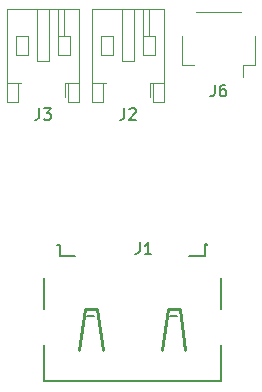
<source format=gbr>
%TF.GenerationSoftware,KiCad,Pcbnew,(6.0.5)*%
%TF.CreationDate,2022-06-07T12:49:24-06:00*%
%TF.ProjectId,15Pin_Fanout,31355069-6e5f-4466-916e-6f75742e6b69,rev?*%
%TF.SameCoordinates,Original*%
%TF.FileFunction,Legend,Top*%
%TF.FilePolarity,Positive*%
%FSLAX46Y46*%
G04 Gerber Fmt 4.6, Leading zero omitted, Abs format (unit mm)*
G04 Created by KiCad (PCBNEW (6.0.5)) date 2022-06-07 12:49:24*
%MOMM*%
%LPD*%
G01*
G04 APERTURE LIST*
%ADD10C,0.150000*%
%ADD11C,0.120000*%
%ADD12C,0.254000*%
%ADD13C,0.200000*%
G04 APERTURE END LIST*
D10*
%TO.C,J3*%
X-7883333Y15097619D02*
X-7883333Y14383333D01*
X-7930952Y14240476D01*
X-8026190Y14145238D01*
X-8169047Y14097619D01*
X-8264285Y14097619D01*
X-7502380Y15097619D02*
X-6883333Y15097619D01*
X-7216666Y14716666D01*
X-7073809Y14716666D01*
X-6978571Y14669047D01*
X-6930952Y14621428D01*
X-6883333Y14526190D01*
X-6883333Y14288095D01*
X-6930952Y14192857D01*
X-6978571Y14145238D01*
X-7073809Y14097619D01*
X-7359523Y14097619D01*
X-7454761Y14145238D01*
X-7502380Y14192857D01*
%TO.C,J2*%
X-683333Y15097619D02*
X-683333Y14383333D01*
X-730952Y14240476D01*
X-826190Y14145238D01*
X-969047Y14097619D01*
X-1064285Y14097619D01*
X-254761Y15002380D02*
X-207142Y15050000D01*
X-111904Y15097619D01*
X126190Y15097619D01*
X221428Y15050000D01*
X269047Y15002380D01*
X316666Y14907142D01*
X316666Y14811904D01*
X269047Y14669047D01*
X-302380Y14097619D01*
X316666Y14097619D01*
%TO.C,J1*%
X621309Y3754619D02*
X621309Y3040333D01*
X573690Y2897476D01*
X478452Y2802238D01*
X335595Y2754619D01*
X240357Y2754619D01*
X1621309Y2754619D02*
X1049880Y2754619D01*
X1335595Y2754619D02*
X1335595Y3754619D01*
X1240357Y3611761D01*
X1145119Y3516523D01*
X1049880Y3468904D01*
%TO.C,J6*%
X6966666Y17097619D02*
X6966666Y16383333D01*
X6919047Y16240476D01*
X6823809Y16145238D01*
X6680952Y16097619D01*
X6585714Y16097619D01*
X7871428Y17097619D02*
X7680952Y17097619D01*
X7585714Y17050000D01*
X7538095Y17002380D01*
X7442857Y16859523D01*
X7395238Y16669047D01*
X7395238Y16288095D01*
X7442857Y16192857D01*
X7490476Y16145238D01*
X7585714Y16097619D01*
X7776190Y16097619D01*
X7871428Y16145238D01*
X7919047Y16192857D01*
X7966666Y16288095D01*
X7966666Y16526190D01*
X7919047Y16621428D01*
X7871428Y16669047D01*
X7776190Y16716666D01*
X7585714Y16716666D01*
X7490476Y16669047D01*
X7442857Y16621428D01*
X7395238Y16526190D01*
D11*
%TO.C,J3*%
X-5690000Y17240000D02*
X-5410000Y17240000D01*
X-5250000Y21200000D02*
X-6250000Y21200000D01*
X-8050000Y19100000D02*
X-8050000Y23460000D01*
X-4490000Y15640000D02*
X-4490000Y23460000D01*
X-5750000Y21200000D02*
X-5750000Y23460000D01*
X-6250000Y21200000D02*
X-6250000Y19600000D01*
X-7050000Y23460000D02*
X-7050000Y19100000D01*
X-4490000Y17240000D02*
X-5410000Y17240000D01*
X-5250000Y19600000D02*
X-5250000Y21200000D01*
X-4490000Y23460000D02*
X-10610000Y23460000D01*
X-9690000Y15640000D02*
X-9690000Y17240000D01*
X-9690000Y17240000D02*
X-9410000Y17240000D01*
X-5410000Y17240000D02*
X-5410000Y15640000D01*
X-6250000Y19600000D02*
X-5250000Y19600000D01*
X-8850000Y19600000D02*
X-9850000Y19600000D01*
X-6250000Y21200000D02*
X-6250000Y23460000D01*
X-10610000Y23460000D02*
X-10610000Y15640000D01*
X-10610000Y15640000D02*
X-9690000Y15640000D01*
X-7050000Y19100000D02*
X-8050000Y19100000D01*
X-10610000Y17240000D02*
X-9690000Y17240000D01*
X-5410000Y15640000D02*
X-4490000Y15640000D01*
X-8850000Y21200000D02*
X-8850000Y19600000D01*
X-9850000Y19600000D02*
X-9850000Y21200000D01*
X-5690000Y17240000D02*
X-5690000Y16025000D01*
X-9850000Y21200000D02*
X-8850000Y21200000D01*
%TO.C,J2*%
X-1650000Y21200000D02*
X-1650000Y19600000D01*
X-850000Y19100000D02*
X-850000Y23460000D01*
X-3410000Y15640000D02*
X-2490000Y15640000D01*
X-2490000Y15640000D02*
X-2490000Y17240000D01*
X-3410000Y17240000D02*
X-2490000Y17240000D01*
X950000Y19600000D02*
X1950000Y19600000D01*
X1790000Y17240000D02*
X1790000Y15640000D01*
X-2490000Y17240000D02*
X-2210000Y17240000D01*
X-2650000Y21200000D02*
X-1650000Y21200000D01*
X1450000Y21200000D02*
X1450000Y23460000D01*
X950000Y21200000D02*
X950000Y23460000D01*
X2710000Y15640000D02*
X2710000Y23460000D01*
X-1650000Y19600000D02*
X-2650000Y19600000D01*
X1510000Y17240000D02*
X1510000Y16025000D01*
X2710000Y23460000D02*
X-3410000Y23460000D01*
X1790000Y15640000D02*
X2710000Y15640000D01*
X1950000Y19600000D02*
X1950000Y21200000D01*
X150000Y23460000D02*
X150000Y19100000D01*
X150000Y19100000D02*
X-850000Y19100000D01*
X-2650000Y19600000D02*
X-2650000Y21200000D01*
X-3410000Y23460000D02*
X-3410000Y15640000D01*
X1510000Y17240000D02*
X1790000Y17240000D01*
X950000Y21200000D02*
X950000Y19600000D01*
X1950000Y21200000D02*
X950000Y21200000D01*
X2710000Y17240000D02*
X1790000Y17240000D01*
D12*
%TO.C,J1*%
X-3000000Y-1904000D02*
X-4000000Y-1904000D01*
D13*
X-7500000Y-1875000D02*
X-7500000Y743000D01*
X6080000Y2575000D02*
X6145000Y2575000D01*
X7500000Y-8036000D02*
X7500000Y-4917000D01*
X6080000Y2565000D02*
X6080000Y2575000D01*
X4830000Y2565000D02*
X6080000Y2565000D01*
X-7500000Y-8036000D02*
X-7500000Y-4917000D01*
X3200000Y-2504000D02*
X3800000Y-2504000D01*
D12*
X4000000Y-1904000D02*
X4500000Y-5404000D01*
D13*
X6145000Y3563000D02*
X6352000Y3563000D01*
X-3200000Y-2504000D02*
X-3800000Y-2504000D01*
X-6120000Y2592000D02*
X-4837000Y2592000D01*
D12*
X3000000Y-1904000D02*
X4000000Y-1904000D01*
D13*
X7500000Y-1876000D02*
X7500000Y743000D01*
D12*
X2500000Y-5404000D02*
X3000000Y-1904000D01*
D13*
X-6120000Y3545000D02*
X-6120000Y2592000D01*
X-7500000Y-8036000D02*
X7500000Y-8036000D01*
X6352000Y3563000D02*
X6352000Y3556000D01*
X6145000Y2575000D02*
X6145000Y3563000D01*
X-6107000Y3557000D02*
X-6107000Y3545000D01*
D12*
X-4000000Y-1904000D02*
X-4500000Y-5404000D01*
D13*
X-6107000Y3545000D02*
X-6120000Y3545000D01*
D12*
X-2500000Y-5404000D02*
X-3000000Y-1904000D01*
D13*
X-6350000Y3557000D02*
X-6107000Y3557000D01*
D11*
%TO.C,J6*%
X9360000Y18745000D02*
X9360000Y17755000D01*
X9240000Y23215000D02*
X5360000Y23215000D01*
X4190000Y21245000D02*
X4190000Y18745000D01*
X4190000Y18745000D02*
X5240000Y18745000D01*
X10410000Y21245000D02*
X10410000Y18745000D01*
X10410000Y18745000D02*
X9360000Y18745000D01*
%TD*%
M02*

</source>
